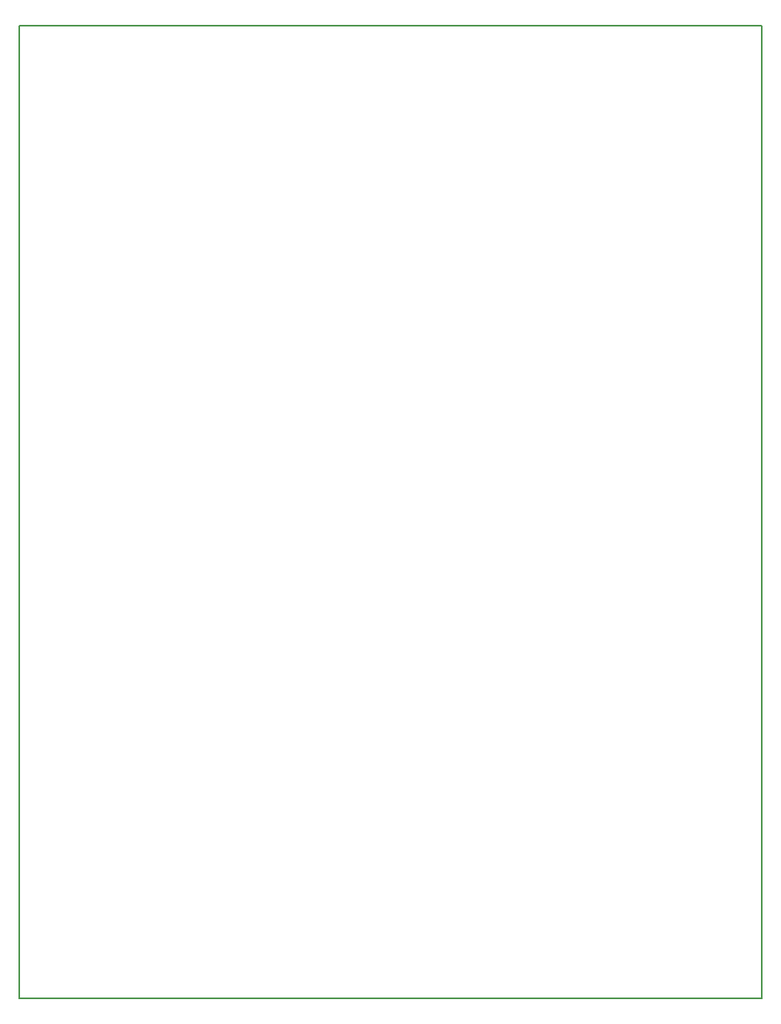
<source format=gm1>
G04 MADE WITH FRITZING*
G04 WWW.FRITZING.ORG*
G04 DOUBLE SIDED*
G04 HOLES PLATED*
G04 CONTOUR ON CENTER OF CONTOUR VECTOR*
%ASAXBY*%
%FSLAX23Y23*%
%MOIN*%
%OFA0B0*%
%SFA1.0B1.0*%
%ADD10R,3.093500X4.050010*%
%ADD11C,0.008000*%
%ADD10C,0.008*%
%LNCONTOUR*%
G90*
G70*
G54D10*
G54D11*
X4Y4046D02*
X3090Y4046D01*
X3090Y4D01*
X4Y4D01*
X4Y4046D01*
D02*
G04 End of contour*
M02*
</source>
